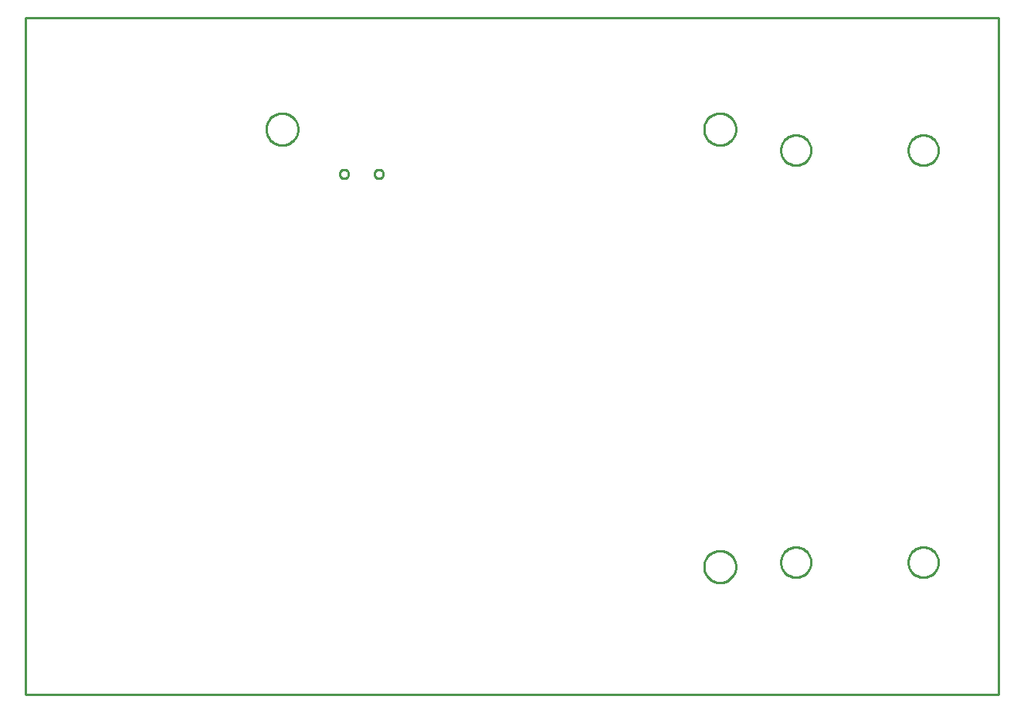
<source format=gbr>
G04 EAGLE Gerber RS-274X export*
G75*
%MOMM*%
%FSLAX34Y34*%
%LPD*%
%IN*%
%IPPOS*%
%AMOC8*
5,1,8,0,0,1.08239X$1,22.5*%
G01*
%ADD10C,0.254000*%


D10*
X-336550Y73000D02*
X730050Y73000D01*
X730050Y815850D01*
X-336550Y815850D01*
X-336550Y73000D01*
X-37750Y693077D02*
X-37750Y694223D01*
X-37825Y695366D01*
X-37975Y696502D01*
X-38198Y697626D01*
X-38495Y698733D01*
X-38863Y699818D01*
X-39301Y700876D01*
X-39808Y701904D01*
X-40381Y702896D01*
X-41018Y703849D01*
X-41715Y704758D01*
X-42471Y705619D01*
X-43281Y706429D01*
X-44142Y707185D01*
X-45051Y707882D01*
X-46004Y708519D01*
X-46996Y709092D01*
X-48024Y709599D01*
X-49082Y710037D01*
X-50167Y710405D01*
X-51274Y710702D01*
X-52398Y710926D01*
X-53534Y711075D01*
X-54677Y711150D01*
X-55823Y711150D01*
X-56966Y711075D01*
X-58102Y710926D01*
X-59226Y710702D01*
X-60333Y710405D01*
X-61418Y710037D01*
X-62476Y709599D01*
X-63504Y709092D01*
X-64496Y708519D01*
X-65449Y707882D01*
X-66358Y707185D01*
X-67219Y706429D01*
X-68029Y705619D01*
X-68785Y704758D01*
X-69482Y703849D01*
X-70119Y702896D01*
X-70692Y701904D01*
X-71199Y700876D01*
X-71637Y699818D01*
X-72005Y698733D01*
X-72302Y697626D01*
X-72526Y696502D01*
X-72675Y695366D01*
X-72750Y694223D01*
X-72750Y693077D01*
X-72675Y691934D01*
X-72526Y690798D01*
X-72302Y689674D01*
X-72005Y688567D01*
X-71637Y687482D01*
X-71199Y686424D01*
X-70692Y685396D01*
X-70119Y684404D01*
X-69482Y683451D01*
X-68785Y682542D01*
X-68029Y681681D01*
X-67219Y680871D01*
X-66358Y680115D01*
X-65449Y679418D01*
X-64496Y678781D01*
X-63504Y678208D01*
X-62476Y677701D01*
X-61418Y677263D01*
X-60333Y676895D01*
X-59226Y676598D01*
X-58102Y676375D01*
X-56966Y676225D01*
X-55823Y676150D01*
X-54677Y676150D01*
X-53534Y676225D01*
X-52398Y676375D01*
X-51274Y676598D01*
X-50167Y676895D01*
X-49082Y677263D01*
X-48024Y677701D01*
X-46996Y678208D01*
X-46004Y678781D01*
X-45051Y679418D01*
X-44142Y680115D01*
X-43281Y680871D01*
X-42471Y681681D01*
X-41715Y682542D01*
X-41018Y683451D01*
X-40381Y684404D01*
X-39808Y685396D01*
X-39301Y686424D01*
X-38863Y687482D01*
X-38495Y688567D01*
X-38198Y689674D01*
X-37975Y690798D01*
X-37825Y691934D01*
X-37750Y693077D01*
X442250Y693077D02*
X442250Y694223D01*
X442175Y695366D01*
X442026Y696502D01*
X441802Y697626D01*
X441505Y698733D01*
X441137Y699818D01*
X440699Y700876D01*
X440192Y701904D01*
X439619Y702896D01*
X438982Y703849D01*
X438285Y704758D01*
X437529Y705619D01*
X436719Y706429D01*
X435858Y707185D01*
X434949Y707882D01*
X433996Y708519D01*
X433004Y709092D01*
X431976Y709599D01*
X430918Y710037D01*
X429833Y710405D01*
X428726Y710702D01*
X427602Y710926D01*
X426466Y711075D01*
X425323Y711150D01*
X424177Y711150D01*
X423034Y711075D01*
X421898Y710926D01*
X420774Y710702D01*
X419667Y710405D01*
X418582Y710037D01*
X417524Y709599D01*
X416496Y709092D01*
X415504Y708519D01*
X414551Y707882D01*
X413642Y707185D01*
X412781Y706429D01*
X411971Y705619D01*
X411215Y704758D01*
X410518Y703849D01*
X409881Y702896D01*
X409308Y701904D01*
X408801Y700876D01*
X408363Y699818D01*
X407995Y698733D01*
X407698Y697626D01*
X407475Y696502D01*
X407325Y695366D01*
X407250Y694223D01*
X407250Y693077D01*
X407325Y691934D01*
X407475Y690798D01*
X407698Y689674D01*
X407995Y688567D01*
X408363Y687482D01*
X408801Y686424D01*
X409308Y685396D01*
X409881Y684404D01*
X410518Y683451D01*
X411215Y682542D01*
X411971Y681681D01*
X412781Y680871D01*
X413642Y680115D01*
X414551Y679418D01*
X415504Y678781D01*
X416496Y678208D01*
X417524Y677701D01*
X418582Y677263D01*
X419667Y676895D01*
X420774Y676598D01*
X421898Y676375D01*
X423034Y676225D01*
X424177Y676150D01*
X425323Y676150D01*
X426466Y676225D01*
X427602Y676375D01*
X428726Y676598D01*
X429833Y676895D01*
X430918Y677263D01*
X431976Y677701D01*
X433004Y678208D01*
X433996Y678781D01*
X434949Y679418D01*
X435858Y680115D01*
X436719Y680871D01*
X437529Y681681D01*
X438285Y682542D01*
X438982Y683451D01*
X439619Y684404D01*
X440192Y685396D01*
X440699Y686424D01*
X441137Y687482D01*
X441505Y688567D01*
X441802Y689674D01*
X442026Y690798D01*
X442175Y691934D01*
X442250Y693077D01*
X442250Y213077D02*
X442250Y214223D01*
X442175Y215366D01*
X442026Y216502D01*
X441802Y217626D01*
X441505Y218733D01*
X441137Y219818D01*
X440699Y220876D01*
X440192Y221904D01*
X439619Y222896D01*
X438982Y223849D01*
X438285Y224758D01*
X437529Y225619D01*
X436719Y226429D01*
X435858Y227185D01*
X434949Y227882D01*
X433996Y228519D01*
X433004Y229092D01*
X431976Y229599D01*
X430918Y230037D01*
X429833Y230405D01*
X428726Y230702D01*
X427602Y230926D01*
X426466Y231075D01*
X425323Y231150D01*
X424177Y231150D01*
X423034Y231075D01*
X421898Y230926D01*
X420774Y230702D01*
X419667Y230405D01*
X418582Y230037D01*
X417524Y229599D01*
X416496Y229092D01*
X415504Y228519D01*
X414551Y227882D01*
X413642Y227185D01*
X412781Y226429D01*
X411971Y225619D01*
X411215Y224758D01*
X410518Y223849D01*
X409881Y222896D01*
X409308Y221904D01*
X408801Y220876D01*
X408363Y219818D01*
X407995Y218733D01*
X407698Y217626D01*
X407475Y216502D01*
X407325Y215366D01*
X407250Y214223D01*
X407250Y213077D01*
X407325Y211934D01*
X407475Y210798D01*
X407698Y209674D01*
X407995Y208567D01*
X408363Y207482D01*
X408801Y206424D01*
X409308Y205396D01*
X409881Y204404D01*
X410518Y203451D01*
X411215Y202542D01*
X411971Y201681D01*
X412781Y200871D01*
X413642Y200115D01*
X414551Y199418D01*
X415504Y198781D01*
X416496Y198208D01*
X417524Y197701D01*
X418582Y197263D01*
X419667Y196895D01*
X420774Y196598D01*
X421898Y196375D01*
X423034Y196225D01*
X424177Y196150D01*
X425323Y196150D01*
X426466Y196225D01*
X427602Y196375D01*
X428726Y196598D01*
X429833Y196895D01*
X430918Y197263D01*
X431976Y197701D01*
X433004Y198208D01*
X433996Y198781D01*
X434949Y199418D01*
X435858Y200115D01*
X436719Y200871D01*
X437529Y201681D01*
X438285Y202542D01*
X438982Y203451D01*
X439619Y204404D01*
X440192Y205396D01*
X440699Y206424D01*
X441137Y207482D01*
X441505Y208567D01*
X441802Y209674D01*
X442026Y210798D01*
X442175Y211934D01*
X442250Y213077D01*
X45800Y644806D02*
X45863Y645364D01*
X45988Y645911D01*
X46173Y646441D01*
X46417Y646947D01*
X46716Y647423D01*
X47066Y647862D01*
X47463Y648259D01*
X47902Y648609D01*
X48378Y648908D01*
X48884Y649152D01*
X49414Y649337D01*
X49961Y649462D01*
X50519Y649525D01*
X51081Y649525D01*
X51639Y649462D01*
X52186Y649337D01*
X52716Y649152D01*
X53222Y648908D01*
X53698Y648609D01*
X54137Y648259D01*
X54534Y647862D01*
X54884Y647423D01*
X55183Y646947D01*
X55427Y646441D01*
X55612Y645911D01*
X55737Y645364D01*
X55800Y644806D01*
X55800Y644244D01*
X55737Y643686D01*
X55612Y643139D01*
X55427Y642609D01*
X55183Y642103D01*
X54884Y641627D01*
X54534Y641188D01*
X54137Y640791D01*
X53698Y640441D01*
X53222Y640142D01*
X52716Y639898D01*
X52186Y639713D01*
X51639Y639588D01*
X51081Y639525D01*
X50519Y639525D01*
X49961Y639588D01*
X49414Y639713D01*
X48884Y639898D01*
X48378Y640142D01*
X47902Y640441D01*
X47463Y640791D01*
X47066Y641188D01*
X46716Y641627D01*
X46417Y642103D01*
X46173Y642609D01*
X45988Y643139D01*
X45863Y643686D01*
X45800Y644244D01*
X45800Y644806D01*
X7700Y644806D02*
X7763Y645364D01*
X7888Y645911D01*
X8073Y646441D01*
X8317Y646947D01*
X8616Y647423D01*
X8966Y647862D01*
X9363Y648259D01*
X9802Y648609D01*
X10278Y648908D01*
X10784Y649152D01*
X11314Y649337D01*
X11861Y649462D01*
X12419Y649525D01*
X12981Y649525D01*
X13539Y649462D01*
X14086Y649337D01*
X14616Y649152D01*
X15122Y648908D01*
X15598Y648609D01*
X16037Y648259D01*
X16434Y647862D01*
X16784Y647423D01*
X17083Y646947D01*
X17327Y646441D01*
X17512Y645911D01*
X17637Y645364D01*
X17700Y644806D01*
X17700Y644244D01*
X17637Y643686D01*
X17512Y643139D01*
X17327Y642609D01*
X17083Y642103D01*
X16784Y641627D01*
X16434Y641188D01*
X16037Y640791D01*
X15598Y640441D01*
X15122Y640142D01*
X14616Y639898D01*
X14086Y639713D01*
X13539Y639588D01*
X12981Y639525D01*
X12419Y639525D01*
X11861Y639588D01*
X11314Y639713D01*
X10784Y639898D01*
X10278Y640142D01*
X9802Y640441D01*
X9363Y640791D01*
X8966Y641188D01*
X8616Y641627D01*
X8317Y642103D01*
X8073Y642609D01*
X7888Y643139D01*
X7763Y643686D01*
X7700Y644244D01*
X7700Y644806D01*
X664210Y670020D02*
X664139Y668941D01*
X663998Y667869D01*
X663787Y666809D01*
X663508Y665765D01*
X663160Y664741D01*
X662746Y663743D01*
X662268Y662773D01*
X661728Y661837D01*
X661127Y660938D01*
X660469Y660081D01*
X659757Y659268D01*
X658992Y658504D01*
X658179Y657791D01*
X657322Y657133D01*
X656423Y656532D01*
X655487Y655992D01*
X654517Y655514D01*
X653519Y655100D01*
X652495Y654752D01*
X651451Y654473D01*
X650391Y654262D01*
X649319Y654121D01*
X648240Y654050D01*
X647160Y654050D01*
X646081Y654121D01*
X645009Y654262D01*
X643949Y654473D01*
X642905Y654752D01*
X641881Y655100D01*
X640883Y655514D01*
X639913Y655992D01*
X638977Y656532D01*
X638078Y657133D01*
X637221Y657791D01*
X636408Y658504D01*
X635644Y659268D01*
X634931Y660081D01*
X634273Y660938D01*
X633672Y661837D01*
X633132Y662773D01*
X632654Y663743D01*
X632240Y664741D01*
X631892Y665765D01*
X631613Y666809D01*
X631402Y667869D01*
X631261Y668941D01*
X631190Y670020D01*
X631190Y671100D01*
X631261Y672179D01*
X631402Y673251D01*
X631613Y674311D01*
X631892Y675355D01*
X632240Y676379D01*
X632654Y677377D01*
X633132Y678347D01*
X633672Y679283D01*
X634273Y680182D01*
X634931Y681039D01*
X635644Y681852D01*
X636408Y682617D01*
X637221Y683329D01*
X638078Y683987D01*
X638977Y684588D01*
X639913Y685128D01*
X640883Y685606D01*
X641881Y686020D01*
X642905Y686368D01*
X643949Y686647D01*
X645009Y686858D01*
X646081Y686999D01*
X647160Y687070D01*
X648240Y687070D01*
X649319Y686999D01*
X650391Y686858D01*
X651451Y686647D01*
X652495Y686368D01*
X653519Y686020D01*
X654517Y685606D01*
X655487Y685128D01*
X656423Y684588D01*
X657322Y683987D01*
X658179Y683329D01*
X658992Y682617D01*
X659757Y681852D01*
X660469Y681039D01*
X661127Y680182D01*
X661728Y679283D01*
X662268Y678347D01*
X662746Y677377D01*
X663160Y676379D01*
X663508Y675355D01*
X663787Y674311D01*
X663998Y673251D01*
X664139Y672179D01*
X664210Y671100D01*
X664210Y670020D01*
X524510Y670020D02*
X524439Y668941D01*
X524298Y667869D01*
X524087Y666809D01*
X523808Y665765D01*
X523460Y664741D01*
X523046Y663743D01*
X522568Y662773D01*
X522028Y661837D01*
X521427Y660938D01*
X520769Y660081D01*
X520057Y659268D01*
X519292Y658504D01*
X518479Y657791D01*
X517622Y657133D01*
X516723Y656532D01*
X515787Y655992D01*
X514817Y655514D01*
X513819Y655100D01*
X512795Y654752D01*
X511751Y654473D01*
X510691Y654262D01*
X509619Y654121D01*
X508540Y654050D01*
X507460Y654050D01*
X506381Y654121D01*
X505309Y654262D01*
X504249Y654473D01*
X503205Y654752D01*
X502181Y655100D01*
X501183Y655514D01*
X500213Y655992D01*
X499277Y656532D01*
X498378Y657133D01*
X497521Y657791D01*
X496708Y658504D01*
X495944Y659268D01*
X495231Y660081D01*
X494573Y660938D01*
X493972Y661837D01*
X493432Y662773D01*
X492954Y663743D01*
X492540Y664741D01*
X492192Y665765D01*
X491913Y666809D01*
X491702Y667869D01*
X491561Y668941D01*
X491490Y670020D01*
X491490Y671100D01*
X491561Y672179D01*
X491702Y673251D01*
X491913Y674311D01*
X492192Y675355D01*
X492540Y676379D01*
X492954Y677377D01*
X493432Y678347D01*
X493972Y679283D01*
X494573Y680182D01*
X495231Y681039D01*
X495944Y681852D01*
X496708Y682617D01*
X497521Y683329D01*
X498378Y683987D01*
X499277Y684588D01*
X500213Y685128D01*
X501183Y685606D01*
X502181Y686020D01*
X503205Y686368D01*
X504249Y686647D01*
X505309Y686858D01*
X506381Y686999D01*
X507460Y687070D01*
X508540Y687070D01*
X509619Y686999D01*
X510691Y686858D01*
X511751Y686647D01*
X512795Y686368D01*
X513819Y686020D01*
X514817Y685606D01*
X515787Y685128D01*
X516723Y684588D01*
X517622Y683987D01*
X518479Y683329D01*
X519292Y682617D01*
X520057Y681852D01*
X520769Y681039D01*
X521427Y680182D01*
X522028Y679283D01*
X522568Y678347D01*
X523046Y677377D01*
X523460Y676379D01*
X523808Y675355D01*
X524087Y674311D01*
X524298Y673251D01*
X524439Y672179D01*
X524510Y671100D01*
X524510Y670020D01*
X631190Y218980D02*
X631261Y220059D01*
X631402Y221131D01*
X631613Y222191D01*
X631892Y223235D01*
X632240Y224259D01*
X632654Y225257D01*
X633132Y226227D01*
X633672Y227163D01*
X634273Y228062D01*
X634931Y228919D01*
X635644Y229732D01*
X636408Y230497D01*
X637221Y231209D01*
X638078Y231867D01*
X638977Y232468D01*
X639913Y233008D01*
X640883Y233486D01*
X641881Y233900D01*
X642905Y234248D01*
X643949Y234527D01*
X645009Y234738D01*
X646081Y234879D01*
X647160Y234950D01*
X648240Y234950D01*
X649319Y234879D01*
X650391Y234738D01*
X651451Y234527D01*
X652495Y234248D01*
X653519Y233900D01*
X654517Y233486D01*
X655487Y233008D01*
X656423Y232468D01*
X657322Y231867D01*
X658179Y231209D01*
X658992Y230497D01*
X659757Y229732D01*
X660469Y228919D01*
X661127Y228062D01*
X661728Y227163D01*
X662268Y226227D01*
X662746Y225257D01*
X663160Y224259D01*
X663508Y223235D01*
X663787Y222191D01*
X663998Y221131D01*
X664139Y220059D01*
X664210Y218980D01*
X664210Y217900D01*
X664139Y216821D01*
X663998Y215749D01*
X663787Y214689D01*
X663508Y213645D01*
X663160Y212621D01*
X662746Y211623D01*
X662268Y210653D01*
X661728Y209717D01*
X661127Y208818D01*
X660469Y207961D01*
X659757Y207148D01*
X658992Y206384D01*
X658179Y205671D01*
X657322Y205013D01*
X656423Y204412D01*
X655487Y203872D01*
X654517Y203394D01*
X653519Y202980D01*
X652495Y202632D01*
X651451Y202353D01*
X650391Y202142D01*
X649319Y202001D01*
X648240Y201930D01*
X647160Y201930D01*
X646081Y202001D01*
X645009Y202142D01*
X643949Y202353D01*
X642905Y202632D01*
X641881Y202980D01*
X640883Y203394D01*
X639913Y203872D01*
X638977Y204412D01*
X638078Y205013D01*
X637221Y205671D01*
X636408Y206384D01*
X635644Y207148D01*
X634931Y207961D01*
X634273Y208818D01*
X633672Y209717D01*
X633132Y210653D01*
X632654Y211623D01*
X632240Y212621D01*
X631892Y213645D01*
X631613Y214689D01*
X631402Y215749D01*
X631261Y216821D01*
X631190Y217900D01*
X631190Y218980D01*
X491490Y218980D02*
X491561Y220059D01*
X491702Y221131D01*
X491913Y222191D01*
X492192Y223235D01*
X492540Y224259D01*
X492954Y225257D01*
X493432Y226227D01*
X493972Y227163D01*
X494573Y228062D01*
X495231Y228919D01*
X495944Y229732D01*
X496708Y230497D01*
X497521Y231209D01*
X498378Y231867D01*
X499277Y232468D01*
X500213Y233008D01*
X501183Y233486D01*
X502181Y233900D01*
X503205Y234248D01*
X504249Y234527D01*
X505309Y234738D01*
X506381Y234879D01*
X507460Y234950D01*
X508540Y234950D01*
X509619Y234879D01*
X510691Y234738D01*
X511751Y234527D01*
X512795Y234248D01*
X513819Y233900D01*
X514817Y233486D01*
X515787Y233008D01*
X516723Y232468D01*
X517622Y231867D01*
X518479Y231209D01*
X519292Y230497D01*
X520057Y229732D01*
X520769Y228919D01*
X521427Y228062D01*
X522028Y227163D01*
X522568Y226227D01*
X523046Y225257D01*
X523460Y224259D01*
X523808Y223235D01*
X524087Y222191D01*
X524298Y221131D01*
X524439Y220059D01*
X524510Y218980D01*
X524510Y217900D01*
X524439Y216821D01*
X524298Y215749D01*
X524087Y214689D01*
X523808Y213645D01*
X523460Y212621D01*
X523046Y211623D01*
X522568Y210653D01*
X522028Y209717D01*
X521427Y208818D01*
X520769Y207961D01*
X520057Y207148D01*
X519292Y206384D01*
X518479Y205671D01*
X517622Y205013D01*
X516723Y204412D01*
X515787Y203872D01*
X514817Y203394D01*
X513819Y202980D01*
X512795Y202632D01*
X511751Y202353D01*
X510691Y202142D01*
X509619Y202001D01*
X508540Y201930D01*
X507460Y201930D01*
X506381Y202001D01*
X505309Y202142D01*
X504249Y202353D01*
X503205Y202632D01*
X502181Y202980D01*
X501183Y203394D01*
X500213Y203872D01*
X499277Y204412D01*
X498378Y205013D01*
X497521Y205671D01*
X496708Y206384D01*
X495944Y207148D01*
X495231Y207961D01*
X494573Y208818D01*
X493972Y209717D01*
X493432Y210653D01*
X492954Y211623D01*
X492540Y212621D01*
X492192Y213645D01*
X491913Y214689D01*
X491702Y215749D01*
X491561Y216821D01*
X491490Y217900D01*
X491490Y218980D01*
M02*

</source>
